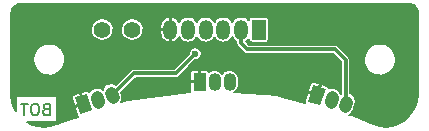
<source format=gbr>
G04 #@! TF.FileFunction,Copper,L2,Bot,Signal*
%FSLAX46Y46*%
G04 Gerber Fmt 4.6, Leading zero omitted, Abs format (unit mm)*
G04 Created by KiCad (PCBNEW (after 2015-may-01 BZR unknown)-product) date 06.05.2015 15:14:49*
%MOMM*%
G01*
G04 APERTURE LIST*
%ADD10C,0.100000*%
%ADD11C,0.150000*%
%ADD12R,1.198880X1.699260*%
%ADD13O,1.198880X1.699260*%
%ADD14C,1.397000*%
%ADD15C,1.100000*%
%ADD16R,1.100000X1.500000*%
%ADD17O,1.100000X1.500000*%
%ADD18C,0.600000*%
%ADD19C,0.300000*%
%ADD20C,0.200000*%
G04 APERTURE END LIST*
D10*
D11*
X138755333Y-124337771D02*
X138612476Y-124385390D01*
X138564857Y-124433010D01*
X138517238Y-124528248D01*
X138517238Y-124671105D01*
X138564857Y-124766343D01*
X138612476Y-124813962D01*
X138707714Y-124861581D01*
X139088667Y-124861581D01*
X139088667Y-123861581D01*
X138755333Y-123861581D01*
X138660095Y-123909200D01*
X138612476Y-123956819D01*
X138564857Y-124052057D01*
X138564857Y-124147295D01*
X138612476Y-124242533D01*
X138660095Y-124290152D01*
X138755333Y-124337771D01*
X139088667Y-124337771D01*
X137898191Y-123861581D02*
X137707714Y-123861581D01*
X137612476Y-123909200D01*
X137517238Y-124004438D01*
X137469619Y-124194914D01*
X137469619Y-124528248D01*
X137517238Y-124718724D01*
X137612476Y-124813962D01*
X137707714Y-124861581D01*
X137898191Y-124861581D01*
X137993429Y-124813962D01*
X138088667Y-124718724D01*
X138136286Y-124528248D01*
X138136286Y-124194914D01*
X138088667Y-124004438D01*
X137993429Y-123909200D01*
X137898191Y-123861581D01*
X137183905Y-123861581D02*
X136612476Y-123861581D01*
X136898191Y-124861581D02*
X136898191Y-123861581D01*
D12*
X156769400Y-117602000D03*
D13*
X153765600Y-117602000D03*
X155265600Y-117602000D03*
X152265600Y-117602000D03*
X150765600Y-117602000D03*
X149265600Y-117602000D03*
D14*
X146050000Y-117602000D03*
X143510000Y-117602000D03*
D10*
G36*
X142659739Y-124447936D02*
X141607804Y-124769545D01*
X141169247Y-123335088D01*
X142221182Y-123013479D01*
X142659739Y-124447936D01*
X142659739Y-124447936D01*
G37*
D15*
X143187474Y-123711461D02*
X143070526Y-123328939D01*
X144401981Y-123340149D02*
X144285033Y-122957627D01*
D10*
G36*
X161982382Y-124026921D02*
X160930447Y-123705312D01*
X161369004Y-122270855D01*
X162420939Y-122592464D01*
X161982382Y-124026921D01*
X161982382Y-124026921D01*
G37*
D15*
X162831726Y-123711461D02*
X162948674Y-123328939D01*
X164046233Y-124082773D02*
X164163181Y-123700251D01*
D16*
X151739600Y-122021600D03*
D17*
X153009600Y-122021600D03*
X154279600Y-122021600D03*
D18*
X158496000Y-120167400D03*
X159766000Y-117119400D03*
X147574000Y-120421400D03*
X151384000Y-119659400D03*
D19*
X149733000Y-121310400D02*
X146181995Y-121310400D01*
X146181995Y-121310400D02*
X144343507Y-123148888D01*
X151384000Y-119659400D02*
X149733000Y-121310400D01*
X163195000Y-119278400D02*
X164104707Y-120188107D01*
X164104707Y-120188107D02*
X164104707Y-123891512D01*
X155792370Y-119278400D02*
X163195000Y-119278400D01*
X155265600Y-117602000D02*
X155265600Y-118751630D01*
X155265600Y-118751630D02*
X155792370Y-119278400D01*
D20*
G36*
X170214200Y-123109953D02*
X170161367Y-123648776D01*
X170009144Y-124152965D01*
X169761890Y-124617984D01*
X169429020Y-125026122D01*
X169023218Y-125361831D01*
X168559935Y-125612327D01*
X168355058Y-125675747D01*
X168355058Y-120009626D01*
X168303635Y-119749919D01*
X168202747Y-119505147D01*
X168056237Y-119284632D01*
X167869686Y-119096774D01*
X167650199Y-118948729D01*
X167406137Y-118846134D01*
X167146796Y-118792899D01*
X166882054Y-118791051D01*
X166621995Y-118840660D01*
X166376524Y-118939836D01*
X166154992Y-119084803D01*
X165965836Y-119270038D01*
X165816262Y-119488486D01*
X165711966Y-119731826D01*
X165656922Y-119990789D01*
X165653226Y-120255512D01*
X165701018Y-120515911D01*
X165798478Y-120762068D01*
X165941895Y-120984607D01*
X166125805Y-121175051D01*
X166343203Y-121326147D01*
X166585809Y-121432139D01*
X166844381Y-121488989D01*
X167109072Y-121494534D01*
X167369798Y-121448561D01*
X167616630Y-121352821D01*
X167840164Y-121210962D01*
X168031888Y-121028386D01*
X168184498Y-120812048D01*
X168292181Y-120570188D01*
X168350835Y-120312019D01*
X168355058Y-120009626D01*
X168355058Y-125675747D01*
X168056824Y-125768067D01*
X167533036Y-125823119D01*
X167008541Y-125775387D01*
X166491811Y-125623305D01*
X166406328Y-125586924D01*
X166406284Y-125586910D01*
X166403169Y-125585601D01*
X164612449Y-124847519D01*
X164596131Y-124842592D01*
X164580279Y-124836350D01*
X164576242Y-124835231D01*
X164419997Y-124793095D01*
X164543923Y-124712617D01*
X164655855Y-124603767D01*
X164744514Y-124475247D01*
X164806522Y-124331956D01*
X164809862Y-124321297D01*
X164929640Y-123929519D01*
X164960500Y-123776467D01*
X164961046Y-123620336D01*
X164931254Y-123467071D01*
X164872261Y-123322513D01*
X164786312Y-123192166D01*
X164676683Y-123080995D01*
X164547548Y-122993236D01*
X164504707Y-122975050D01*
X164504707Y-120188107D01*
X164501100Y-120151322D01*
X164497881Y-120114527D01*
X164497294Y-120112507D01*
X164497089Y-120110413D01*
X164486406Y-120075030D01*
X164476101Y-120039560D01*
X164475132Y-120037692D01*
X164474525Y-120035679D01*
X164457175Y-120003049D01*
X164440175Y-119970252D01*
X164438863Y-119968609D01*
X164437875Y-119966750D01*
X164414505Y-119938095D01*
X164391471Y-119909241D01*
X164388582Y-119906311D01*
X164388535Y-119906253D01*
X164388481Y-119906208D01*
X164387550Y-119905264D01*
X163477843Y-118995557D01*
X163449257Y-118972077D01*
X163420987Y-118948355D01*
X163419144Y-118947342D01*
X163417518Y-118946006D01*
X163384947Y-118928541D01*
X163352577Y-118910746D01*
X163350571Y-118910109D01*
X163348718Y-118909116D01*
X163313421Y-118898324D01*
X163278165Y-118887141D01*
X163276070Y-118886906D01*
X163274062Y-118886292D01*
X163237313Y-118882558D01*
X163200585Y-118878439D01*
X163196477Y-118878410D01*
X163196396Y-118878402D01*
X163196319Y-118878409D01*
X163195000Y-118878400D01*
X155958056Y-118878400D01*
X155676365Y-118596709D01*
X155730722Y-118568292D01*
X155859922Y-118464413D01*
X155918750Y-118394304D01*
X155918750Y-118451630D01*
X155922048Y-118492198D01*
X155943099Y-118559520D01*
X155982036Y-118618336D01*
X156035790Y-118664009D01*
X156100122Y-118692937D01*
X156169960Y-118702840D01*
X157368840Y-118702840D01*
X157409408Y-118699542D01*
X157476730Y-118678491D01*
X157535546Y-118639554D01*
X157581219Y-118585800D01*
X157610147Y-118521468D01*
X157620050Y-118451630D01*
X157620050Y-116752370D01*
X157616752Y-116711802D01*
X157595701Y-116644480D01*
X157556764Y-116585664D01*
X157503010Y-116539991D01*
X157438678Y-116511063D01*
X157368840Y-116501160D01*
X156169960Y-116501160D01*
X156129392Y-116504458D01*
X156062070Y-116525509D01*
X156003254Y-116564446D01*
X155957581Y-116618200D01*
X155928653Y-116682532D01*
X155918750Y-116752370D01*
X155918750Y-116809755D01*
X155868338Y-116747945D01*
X155740601Y-116642271D01*
X155594771Y-116563422D01*
X155436404Y-116514399D01*
X155271530Y-116497070D01*
X155106431Y-116512095D01*
X154947394Y-116558902D01*
X154800478Y-116635708D01*
X154671278Y-116739587D01*
X154564716Y-116866583D01*
X154515494Y-116956117D01*
X154473117Y-116876416D01*
X154368338Y-116747945D01*
X154240601Y-116642271D01*
X154094771Y-116563422D01*
X153936404Y-116514399D01*
X153771530Y-116497070D01*
X153606431Y-116512095D01*
X153447394Y-116558902D01*
X153300478Y-116635708D01*
X153171278Y-116739587D01*
X153064716Y-116866583D01*
X153015494Y-116956117D01*
X152973117Y-116876416D01*
X152868338Y-116747945D01*
X152740601Y-116642271D01*
X152594771Y-116563422D01*
X152436404Y-116514399D01*
X152271530Y-116497070D01*
X152106431Y-116512095D01*
X151947394Y-116558902D01*
X151800478Y-116635708D01*
X151671278Y-116739587D01*
X151564716Y-116866583D01*
X151515494Y-116956117D01*
X151473117Y-116876416D01*
X151368338Y-116747945D01*
X151240601Y-116642271D01*
X151094771Y-116563422D01*
X150936404Y-116514399D01*
X150771530Y-116497070D01*
X150606431Y-116512095D01*
X150447394Y-116558902D01*
X150300478Y-116635708D01*
X150171278Y-116739587D01*
X150064716Y-116866583D01*
X150015864Y-116955443D01*
X149944105Y-116838313D01*
X149830889Y-116715810D01*
X149695950Y-116617748D01*
X149544473Y-116547896D01*
X149447636Y-116522105D01*
X149315600Y-116566460D01*
X149315600Y-117552000D01*
X149335600Y-117552000D01*
X149335600Y-117652000D01*
X149315600Y-117652000D01*
X149315600Y-118637540D01*
X149447636Y-118681895D01*
X149544473Y-118656104D01*
X149695950Y-118586252D01*
X149830889Y-118488190D01*
X149944105Y-118365687D01*
X150015971Y-118248382D01*
X150058083Y-118327584D01*
X150162862Y-118456055D01*
X150290599Y-118561729D01*
X150436429Y-118640578D01*
X150594796Y-118689601D01*
X150759670Y-118706930D01*
X150924769Y-118691905D01*
X151083806Y-118645098D01*
X151230722Y-118568292D01*
X151359922Y-118464413D01*
X151466484Y-118337417D01*
X151515705Y-118247882D01*
X151558083Y-118327584D01*
X151662862Y-118456055D01*
X151790599Y-118561729D01*
X151936429Y-118640578D01*
X152094796Y-118689601D01*
X152259670Y-118706930D01*
X152424769Y-118691905D01*
X152583806Y-118645098D01*
X152730722Y-118568292D01*
X152859922Y-118464413D01*
X152966484Y-118337417D01*
X153015705Y-118247882D01*
X153058083Y-118327584D01*
X153162862Y-118456055D01*
X153290599Y-118561729D01*
X153436429Y-118640578D01*
X153594796Y-118689601D01*
X153759670Y-118706930D01*
X153924769Y-118691905D01*
X154083806Y-118645098D01*
X154230722Y-118568292D01*
X154359922Y-118464413D01*
X154466484Y-118337417D01*
X154515705Y-118247882D01*
X154558083Y-118327584D01*
X154662862Y-118456055D01*
X154790599Y-118561729D01*
X154865600Y-118602281D01*
X154865600Y-118751630D01*
X154869206Y-118788414D01*
X154872426Y-118825210D01*
X154873012Y-118827229D01*
X154873218Y-118829324D01*
X154883900Y-118864706D01*
X154894206Y-118900177D01*
X154895174Y-118902044D01*
X154895782Y-118904058D01*
X154913131Y-118936687D01*
X154930132Y-118969485D01*
X154931443Y-118971127D01*
X154932432Y-118972987D01*
X154955801Y-119001641D01*
X154978836Y-119030496D01*
X154981724Y-119033425D01*
X154981772Y-119033484D01*
X154981825Y-119033528D01*
X154982757Y-119034473D01*
X155509527Y-119561243D01*
X155538112Y-119584722D01*
X155566383Y-119608445D01*
X155568225Y-119609457D01*
X155569852Y-119610794D01*
X155602387Y-119628239D01*
X155634793Y-119646054D01*
X155636803Y-119646691D01*
X155638652Y-119647683D01*
X155673915Y-119658464D01*
X155709205Y-119669659D01*
X155711297Y-119669893D01*
X155713307Y-119670508D01*
X155750017Y-119674236D01*
X155786785Y-119678361D01*
X155790902Y-119678389D01*
X155790974Y-119678397D01*
X155791040Y-119678390D01*
X155792370Y-119678400D01*
X163029314Y-119678400D01*
X163704707Y-120353793D01*
X163704707Y-123044939D01*
X163697830Y-123049405D01*
X163657754Y-122951201D01*
X163571805Y-122820854D01*
X163462176Y-122709683D01*
X163333041Y-122621924D01*
X163189321Y-122560918D01*
X163036488Y-122528990D01*
X162880364Y-122527355D01*
X162726895Y-122556077D01*
X162670754Y-122578531D01*
X162667429Y-122543992D01*
X162653236Y-122496836D01*
X162630117Y-122453355D01*
X162598958Y-122415220D01*
X162560959Y-122383895D01*
X162517579Y-122360587D01*
X162470485Y-122346189D01*
X162075649Y-122225475D01*
X161997607Y-122266971D01*
X161901976Y-122579765D01*
X161901976Y-122237734D01*
X161860480Y-122159691D01*
X161465644Y-122038978D01*
X161418550Y-122024580D01*
X161369553Y-122019646D01*
X161320534Y-122024366D01*
X161273377Y-122038558D01*
X161229895Y-122061677D01*
X161191760Y-122092835D01*
X161160436Y-122130835D01*
X161137127Y-122174215D01*
X160943541Y-122807406D01*
X160985037Y-122885449D01*
X161642496Y-123086454D01*
X161901976Y-122237734D01*
X161901976Y-122579765D01*
X161738127Y-123115691D01*
X161757253Y-123121538D01*
X161728015Y-123217169D01*
X161708890Y-123211322D01*
X161703042Y-123230448D01*
X161607411Y-123201210D01*
X161613259Y-123182085D01*
X160955800Y-122981079D01*
X160877757Y-123022575D01*
X160684171Y-123655766D01*
X160679237Y-123704764D01*
X160683957Y-123753784D01*
X160694366Y-123788369D01*
X158452138Y-123183687D01*
X158425345Y-123179206D01*
X158398568Y-123174344D01*
X158394391Y-123174031D01*
X154670238Y-122920636D01*
X154717651Y-122895850D01*
X154839331Y-122798017D01*
X154939691Y-122678413D01*
X155014908Y-122541593D01*
X155062118Y-122392768D01*
X155079522Y-122237609D01*
X155079600Y-122226439D01*
X155079600Y-121816761D01*
X155064364Y-121661374D01*
X155019237Y-121511905D01*
X154945937Y-121374048D01*
X154847257Y-121253054D01*
X154726954Y-121153531D01*
X154589612Y-121079270D01*
X154440462Y-121033101D01*
X154285185Y-121016780D01*
X154129695Y-121030931D01*
X153979915Y-121075014D01*
X153841549Y-121147350D01*
X153719869Y-121245183D01*
X153644293Y-121335249D01*
X153577257Y-121253054D01*
X153456954Y-121153531D01*
X153319612Y-121079270D01*
X153170462Y-121033101D01*
X153015185Y-121016780D01*
X152859695Y-121030931D01*
X152709915Y-121075014D01*
X152571549Y-121147350D01*
X152524425Y-121185237D01*
X152511147Y-121153180D01*
X152483788Y-121112234D01*
X152448966Y-121077412D01*
X152408019Y-121050053D01*
X152362522Y-121031207D01*
X152314223Y-121021600D01*
X152264977Y-121021600D01*
X151852100Y-121021600D01*
X151789600Y-121084100D01*
X151789600Y-121971600D01*
X151809600Y-121971600D01*
X151809600Y-122071600D01*
X151789600Y-122071600D01*
X151789600Y-122091600D01*
X151689600Y-122091600D01*
X151689600Y-122071600D01*
X151689600Y-121971600D01*
X151689600Y-121084100D01*
X151627100Y-121021600D01*
X151214223Y-121021600D01*
X151164977Y-121021600D01*
X151116678Y-121031207D01*
X151071181Y-121050053D01*
X151030234Y-121077412D01*
X150995412Y-121112234D01*
X150968053Y-121153180D01*
X150949207Y-121198678D01*
X150939600Y-121246977D01*
X150939600Y-121909100D01*
X151002100Y-121971600D01*
X151689600Y-121971600D01*
X151689600Y-122071600D01*
X151002100Y-122071600D01*
X150939600Y-122134100D01*
X150939600Y-122796223D01*
X150949207Y-122844522D01*
X150963524Y-122879086D01*
X145716239Y-123551982D01*
X145689749Y-123558052D01*
X145663150Y-123563758D01*
X145659179Y-123565057D01*
X145659169Y-123565060D01*
X145659160Y-123565063D01*
X145085924Y-123756949D01*
X145105782Y-123727731D01*
X145166788Y-123584011D01*
X145198717Y-123431178D01*
X145200352Y-123275053D01*
X145171631Y-123121585D01*
X145168440Y-123110881D01*
X145116637Y-122941442D01*
X146347680Y-121710400D01*
X149733000Y-121710400D01*
X149769784Y-121706793D01*
X149806580Y-121703574D01*
X149808599Y-121702987D01*
X149810694Y-121702782D01*
X149846076Y-121692099D01*
X149881547Y-121681794D01*
X149883414Y-121680825D01*
X149885428Y-121680218D01*
X149918057Y-121662868D01*
X149950855Y-121645868D01*
X149952497Y-121644556D01*
X149954357Y-121643568D01*
X149983011Y-121620198D01*
X150011866Y-121597164D01*
X150014795Y-121594275D01*
X150014854Y-121594228D01*
X150014898Y-121594174D01*
X150015843Y-121593243D01*
X151399222Y-120209862D01*
X151426400Y-120210432D01*
X151532621Y-120191702D01*
X151633182Y-120152697D01*
X151724252Y-120094903D01*
X151802362Y-120020520D01*
X151864536Y-119932382D01*
X151908407Y-119833847D01*
X151932303Y-119728667D01*
X151934023Y-119605470D01*
X151913073Y-119499663D01*
X151871971Y-119399941D01*
X151812282Y-119310102D01*
X151736279Y-119233567D01*
X151646859Y-119173253D01*
X151547426Y-119131455D01*
X151441769Y-119109767D01*
X151333911Y-119109014D01*
X151227961Y-119129225D01*
X151127954Y-119169630D01*
X151037701Y-119228690D01*
X150960637Y-119304156D01*
X150899699Y-119393154D01*
X150857209Y-119492292D01*
X150834783Y-119597795D01*
X150834143Y-119643571D01*
X149567314Y-120910400D01*
X149215600Y-120910400D01*
X149215600Y-118637540D01*
X149215600Y-117652000D01*
X149215600Y-117552000D01*
X149215600Y-116566460D01*
X149083564Y-116522105D01*
X148986727Y-116547896D01*
X148835250Y-116617748D01*
X148700311Y-116715810D01*
X148587095Y-116838313D01*
X148499954Y-116980549D01*
X148442236Y-117137053D01*
X148416160Y-117301810D01*
X148416160Y-117552000D01*
X149215600Y-117552000D01*
X149215600Y-117652000D01*
X148416160Y-117652000D01*
X148416160Y-117902190D01*
X148442236Y-118066947D01*
X148499954Y-118223451D01*
X148587095Y-118365687D01*
X148700311Y-118488190D01*
X148835250Y-118586252D01*
X148986727Y-118656104D01*
X149083564Y-118681895D01*
X149215600Y-118637540D01*
X149215600Y-120910400D01*
X146998540Y-120910400D01*
X146998540Y-117508995D01*
X146962411Y-117326527D01*
X146891528Y-117154552D01*
X146788591Y-116999620D01*
X146657522Y-116867632D01*
X146503312Y-116763617D01*
X146331836Y-116691535D01*
X146149625Y-116654132D01*
X145963619Y-116652834D01*
X145780903Y-116687688D01*
X145608438Y-116757369D01*
X145452791Y-116859222D01*
X145319891Y-116989366D01*
X145214802Y-117142846D01*
X145141524Y-117313815D01*
X145102851Y-117495760D01*
X145100254Y-117681752D01*
X145133832Y-117864707D01*
X145202307Y-118037655D01*
X145303070Y-118194009D01*
X145432284Y-118327814D01*
X145585026Y-118433972D01*
X145755479Y-118508442D01*
X145937150Y-118548385D01*
X146123120Y-118552280D01*
X146306305Y-118519980D01*
X146479726Y-118452714D01*
X146636780Y-118353044D01*
X146771484Y-118224768D01*
X146878706Y-118072771D01*
X146954363Y-117902842D01*
X146995574Y-117721454D01*
X146998540Y-117508995D01*
X146998540Y-120910400D01*
X146181995Y-120910400D01*
X146145210Y-120914006D01*
X146108415Y-120917226D01*
X146106395Y-120917812D01*
X146104301Y-120918018D01*
X146068964Y-120928686D01*
X146033448Y-120939005D01*
X146031575Y-120939975D01*
X146029567Y-120940582D01*
X145997012Y-120957891D01*
X145964140Y-120974931D01*
X145962493Y-120976245D01*
X145960638Y-120977232D01*
X145932041Y-121000554D01*
X145903129Y-121023635D01*
X145900201Y-121026522D01*
X145900141Y-121026572D01*
X145900094Y-121026628D01*
X145899153Y-121027557D01*
X144671898Y-122254811D01*
X144661660Y-122247957D01*
X144517516Y-122187956D01*
X144458540Y-122176063D01*
X144458540Y-117508995D01*
X144422411Y-117326527D01*
X144351528Y-117154552D01*
X144248591Y-116999620D01*
X144117522Y-116867632D01*
X143963312Y-116763617D01*
X143791836Y-116691535D01*
X143609625Y-116654132D01*
X143423619Y-116652834D01*
X143240903Y-116687688D01*
X143068438Y-116757369D01*
X142912791Y-116859222D01*
X142779891Y-116989366D01*
X142674802Y-117142846D01*
X142601524Y-117313815D01*
X142562851Y-117495760D01*
X142560254Y-117681752D01*
X142593832Y-117864707D01*
X142662307Y-118037655D01*
X142763070Y-118194009D01*
X142892284Y-118327814D01*
X143045026Y-118433972D01*
X143215479Y-118508442D01*
X143397150Y-118548385D01*
X143583120Y-118552280D01*
X143766305Y-118519980D01*
X143939726Y-118452714D01*
X144096780Y-118353044D01*
X144231484Y-118224768D01*
X144338706Y-118072771D01*
X144414363Y-117902842D01*
X144455574Y-117721454D01*
X144458540Y-117508995D01*
X144458540Y-122176063D01*
X144364463Y-122157094D01*
X144208332Y-122156550D01*
X144055068Y-122186340D01*
X143910510Y-122245334D01*
X143780163Y-122331282D01*
X143668992Y-122440911D01*
X143581232Y-122570045D01*
X143535291Y-122678273D01*
X143447153Y-122619269D01*
X143303009Y-122559268D01*
X143149956Y-122528406D01*
X142993825Y-122527862D01*
X142840561Y-122557652D01*
X142696003Y-122616646D01*
X142565656Y-122702594D01*
X142454485Y-122812223D01*
X142420497Y-122862234D01*
X142398426Y-122835459D01*
X142360291Y-122804301D01*
X142316809Y-122781182D01*
X142269652Y-122766990D01*
X142220633Y-122762270D01*
X142171636Y-122767204D01*
X142124542Y-122781602D01*
X141729706Y-122902315D01*
X141688210Y-122980358D01*
X141947690Y-123829078D01*
X141966815Y-123823230D01*
X141996053Y-123918861D01*
X141976927Y-123924709D01*
X141982774Y-123943834D01*
X141887143Y-123973072D01*
X141881296Y-123953946D01*
X141852059Y-123962884D01*
X141852059Y-123858315D01*
X141592579Y-123009595D01*
X141514537Y-122968099D01*
X141119701Y-123088813D01*
X141072607Y-123103211D01*
X141029227Y-123126519D01*
X140991228Y-123157844D01*
X140960069Y-123195979D01*
X140936950Y-123239460D01*
X140922757Y-123286616D01*
X140918037Y-123335636D01*
X140922971Y-123384634D01*
X141116557Y-124017825D01*
X141194600Y-124059321D01*
X141852059Y-123858315D01*
X141852059Y-123962884D01*
X141223837Y-124154951D01*
X141182341Y-124232994D01*
X141375927Y-124866185D01*
X141399236Y-124909565D01*
X141430560Y-124947565D01*
X141459200Y-124970965D01*
X140364258Y-125337487D01*
X140364258Y-120009626D01*
X140312835Y-119749919D01*
X140211947Y-119505147D01*
X140065437Y-119284632D01*
X139878886Y-119096774D01*
X139659399Y-118948729D01*
X139415337Y-118846134D01*
X139155996Y-118792899D01*
X138891254Y-118791051D01*
X138631195Y-118840660D01*
X138385724Y-118939836D01*
X138164192Y-119084803D01*
X137975036Y-119270038D01*
X137825462Y-119488486D01*
X137721166Y-119731826D01*
X137666122Y-119990789D01*
X137662426Y-120255512D01*
X137710218Y-120515911D01*
X137807678Y-120762068D01*
X137951095Y-120984607D01*
X138135005Y-121175051D01*
X138352403Y-121326147D01*
X138595009Y-121432139D01*
X138853581Y-121488989D01*
X139118272Y-121494534D01*
X139378998Y-121448561D01*
X139625830Y-121352821D01*
X139849364Y-121210962D01*
X140041088Y-121028386D01*
X140193698Y-120812048D01*
X140301381Y-120570188D01*
X140360035Y-120312019D01*
X140364258Y-120009626D01*
X140364258Y-125337487D01*
X139644323Y-125578480D01*
X139644320Y-125578481D01*
X139116996Y-125754997D01*
X138594613Y-125821987D01*
X138069160Y-125786234D01*
X137560657Y-125649102D01*
X137125691Y-125434200D01*
X139651762Y-125434200D01*
X139651762Y-123234200D01*
X136192238Y-123234200D01*
X136192238Y-124474212D01*
X136058761Y-124244022D01*
X135888098Y-123745773D01*
X135815857Y-123211991D01*
X135814200Y-123121881D01*
X135814200Y-116156870D01*
X135828942Y-116006516D01*
X135868348Y-115875997D01*
X135932354Y-115755619D01*
X136018519Y-115649971D01*
X136123568Y-115563066D01*
X136243495Y-115498222D01*
X136373739Y-115457905D01*
X136523165Y-115442200D01*
X169499529Y-115442200D01*
X169649883Y-115456942D01*
X169780402Y-115496348D01*
X169900780Y-115560354D01*
X170006428Y-115646519D01*
X170093333Y-115751568D01*
X170158177Y-115871495D01*
X170198494Y-116001739D01*
X170214200Y-116151165D01*
X170214200Y-123109953D01*
X170214200Y-123109953D01*
G37*
X170214200Y-123109953D02*
X170161367Y-123648776D01*
X170009144Y-124152965D01*
X169761890Y-124617984D01*
X169429020Y-125026122D01*
X169023218Y-125361831D01*
X168559935Y-125612327D01*
X168355058Y-125675747D01*
X168355058Y-120009626D01*
X168303635Y-119749919D01*
X168202747Y-119505147D01*
X168056237Y-119284632D01*
X167869686Y-119096774D01*
X167650199Y-118948729D01*
X167406137Y-118846134D01*
X167146796Y-118792899D01*
X166882054Y-118791051D01*
X166621995Y-118840660D01*
X166376524Y-118939836D01*
X166154992Y-119084803D01*
X165965836Y-119270038D01*
X165816262Y-119488486D01*
X165711966Y-119731826D01*
X165656922Y-119990789D01*
X165653226Y-120255512D01*
X165701018Y-120515911D01*
X165798478Y-120762068D01*
X165941895Y-120984607D01*
X166125805Y-121175051D01*
X166343203Y-121326147D01*
X166585809Y-121432139D01*
X166844381Y-121488989D01*
X167109072Y-121494534D01*
X167369798Y-121448561D01*
X167616630Y-121352821D01*
X167840164Y-121210962D01*
X168031888Y-121028386D01*
X168184498Y-120812048D01*
X168292181Y-120570188D01*
X168350835Y-120312019D01*
X168355058Y-120009626D01*
X168355058Y-125675747D01*
X168056824Y-125768067D01*
X167533036Y-125823119D01*
X167008541Y-125775387D01*
X166491811Y-125623305D01*
X166406328Y-125586924D01*
X166406284Y-125586910D01*
X166403169Y-125585601D01*
X164612449Y-124847519D01*
X164596131Y-124842592D01*
X164580279Y-124836350D01*
X164576242Y-124835231D01*
X164419997Y-124793095D01*
X164543923Y-124712617D01*
X164655855Y-124603767D01*
X164744514Y-124475247D01*
X164806522Y-124331956D01*
X164809862Y-124321297D01*
X164929640Y-123929519D01*
X164960500Y-123776467D01*
X164961046Y-123620336D01*
X164931254Y-123467071D01*
X164872261Y-123322513D01*
X164786312Y-123192166D01*
X164676683Y-123080995D01*
X164547548Y-122993236D01*
X164504707Y-122975050D01*
X164504707Y-120188107D01*
X164501100Y-120151322D01*
X164497881Y-120114527D01*
X164497294Y-120112507D01*
X164497089Y-120110413D01*
X164486406Y-120075030D01*
X164476101Y-120039560D01*
X164475132Y-120037692D01*
X164474525Y-120035679D01*
X164457175Y-120003049D01*
X164440175Y-119970252D01*
X164438863Y-119968609D01*
X164437875Y-119966750D01*
X164414505Y-119938095D01*
X164391471Y-119909241D01*
X164388582Y-119906311D01*
X164388535Y-119906253D01*
X164388481Y-119906208D01*
X164387550Y-119905264D01*
X163477843Y-118995557D01*
X163449257Y-118972077D01*
X163420987Y-118948355D01*
X163419144Y-118947342D01*
X163417518Y-118946006D01*
X163384947Y-118928541D01*
X163352577Y-118910746D01*
X163350571Y-118910109D01*
X163348718Y-118909116D01*
X163313421Y-118898324D01*
X163278165Y-118887141D01*
X163276070Y-118886906D01*
X163274062Y-118886292D01*
X163237313Y-118882558D01*
X163200585Y-118878439D01*
X163196477Y-118878410D01*
X163196396Y-118878402D01*
X163196319Y-118878409D01*
X163195000Y-118878400D01*
X155958056Y-118878400D01*
X155676365Y-118596709D01*
X155730722Y-118568292D01*
X155859922Y-118464413D01*
X155918750Y-118394304D01*
X155918750Y-118451630D01*
X155922048Y-118492198D01*
X155943099Y-118559520D01*
X155982036Y-118618336D01*
X156035790Y-118664009D01*
X156100122Y-118692937D01*
X156169960Y-118702840D01*
X157368840Y-118702840D01*
X157409408Y-118699542D01*
X157476730Y-118678491D01*
X157535546Y-118639554D01*
X157581219Y-118585800D01*
X157610147Y-118521468D01*
X157620050Y-118451630D01*
X157620050Y-116752370D01*
X157616752Y-116711802D01*
X157595701Y-116644480D01*
X157556764Y-116585664D01*
X157503010Y-116539991D01*
X157438678Y-116511063D01*
X157368840Y-116501160D01*
X156169960Y-116501160D01*
X156129392Y-116504458D01*
X156062070Y-116525509D01*
X156003254Y-116564446D01*
X155957581Y-116618200D01*
X155928653Y-116682532D01*
X155918750Y-116752370D01*
X155918750Y-116809755D01*
X155868338Y-116747945D01*
X155740601Y-116642271D01*
X155594771Y-116563422D01*
X155436404Y-116514399D01*
X155271530Y-116497070D01*
X155106431Y-116512095D01*
X154947394Y-116558902D01*
X154800478Y-116635708D01*
X154671278Y-116739587D01*
X154564716Y-116866583D01*
X154515494Y-116956117D01*
X154473117Y-116876416D01*
X154368338Y-116747945D01*
X154240601Y-116642271D01*
X154094771Y-116563422D01*
X153936404Y-116514399D01*
X153771530Y-116497070D01*
X153606431Y-116512095D01*
X153447394Y-116558902D01*
X153300478Y-116635708D01*
X153171278Y-116739587D01*
X153064716Y-116866583D01*
X153015494Y-116956117D01*
X152973117Y-116876416D01*
X152868338Y-116747945D01*
X152740601Y-116642271D01*
X152594771Y-116563422D01*
X152436404Y-116514399D01*
X152271530Y-116497070D01*
X152106431Y-116512095D01*
X151947394Y-116558902D01*
X151800478Y-116635708D01*
X151671278Y-116739587D01*
X151564716Y-116866583D01*
X151515494Y-116956117D01*
X151473117Y-116876416D01*
X151368338Y-116747945D01*
X151240601Y-116642271D01*
X151094771Y-116563422D01*
X150936404Y-116514399D01*
X150771530Y-116497070D01*
X150606431Y-116512095D01*
X150447394Y-116558902D01*
X150300478Y-116635708D01*
X150171278Y-116739587D01*
X150064716Y-116866583D01*
X150015864Y-116955443D01*
X149944105Y-116838313D01*
X149830889Y-116715810D01*
X149695950Y-116617748D01*
X149544473Y-116547896D01*
X149447636Y-116522105D01*
X149315600Y-116566460D01*
X149315600Y-117552000D01*
X149335600Y-117552000D01*
X149335600Y-117652000D01*
X149315600Y-117652000D01*
X149315600Y-118637540D01*
X149447636Y-118681895D01*
X149544473Y-118656104D01*
X149695950Y-118586252D01*
X149830889Y-118488190D01*
X149944105Y-118365687D01*
X150015971Y-118248382D01*
X150058083Y-118327584D01*
X150162862Y-118456055D01*
X150290599Y-118561729D01*
X150436429Y-118640578D01*
X150594796Y-118689601D01*
X150759670Y-118706930D01*
X150924769Y-118691905D01*
X151083806Y-118645098D01*
X151230722Y-118568292D01*
X151359922Y-118464413D01*
X151466484Y-118337417D01*
X151515705Y-118247882D01*
X151558083Y-118327584D01*
X151662862Y-118456055D01*
X151790599Y-118561729D01*
X151936429Y-118640578D01*
X152094796Y-118689601D01*
X152259670Y-118706930D01*
X152424769Y-118691905D01*
X152583806Y-118645098D01*
X152730722Y-118568292D01*
X152859922Y-118464413D01*
X152966484Y-118337417D01*
X153015705Y-118247882D01*
X153058083Y-118327584D01*
X153162862Y-118456055D01*
X153290599Y-118561729D01*
X153436429Y-118640578D01*
X153594796Y-118689601D01*
X153759670Y-118706930D01*
X153924769Y-118691905D01*
X154083806Y-118645098D01*
X154230722Y-118568292D01*
X154359922Y-118464413D01*
X154466484Y-118337417D01*
X154515705Y-118247882D01*
X154558083Y-118327584D01*
X154662862Y-118456055D01*
X154790599Y-118561729D01*
X154865600Y-118602281D01*
X154865600Y-118751630D01*
X154869206Y-118788414D01*
X154872426Y-118825210D01*
X154873012Y-118827229D01*
X154873218Y-118829324D01*
X154883900Y-118864706D01*
X154894206Y-118900177D01*
X154895174Y-118902044D01*
X154895782Y-118904058D01*
X154913131Y-118936687D01*
X154930132Y-118969485D01*
X154931443Y-118971127D01*
X154932432Y-118972987D01*
X154955801Y-119001641D01*
X154978836Y-119030496D01*
X154981724Y-119033425D01*
X154981772Y-119033484D01*
X154981825Y-119033528D01*
X154982757Y-119034473D01*
X155509527Y-119561243D01*
X155538112Y-119584722D01*
X155566383Y-119608445D01*
X155568225Y-119609457D01*
X155569852Y-119610794D01*
X155602387Y-119628239D01*
X155634793Y-119646054D01*
X155636803Y-119646691D01*
X155638652Y-119647683D01*
X155673915Y-119658464D01*
X155709205Y-119669659D01*
X155711297Y-119669893D01*
X155713307Y-119670508D01*
X155750017Y-119674236D01*
X155786785Y-119678361D01*
X155790902Y-119678389D01*
X155790974Y-119678397D01*
X155791040Y-119678390D01*
X155792370Y-119678400D01*
X163029314Y-119678400D01*
X163704707Y-120353793D01*
X163704707Y-123044939D01*
X163697830Y-123049405D01*
X163657754Y-122951201D01*
X163571805Y-122820854D01*
X163462176Y-122709683D01*
X163333041Y-122621924D01*
X163189321Y-122560918D01*
X163036488Y-122528990D01*
X162880364Y-122527355D01*
X162726895Y-122556077D01*
X162670754Y-122578531D01*
X162667429Y-122543992D01*
X162653236Y-122496836D01*
X162630117Y-122453355D01*
X162598958Y-122415220D01*
X162560959Y-122383895D01*
X162517579Y-122360587D01*
X162470485Y-122346189D01*
X162075649Y-122225475D01*
X161997607Y-122266971D01*
X161901976Y-122579765D01*
X161901976Y-122237734D01*
X161860480Y-122159691D01*
X161465644Y-122038978D01*
X161418550Y-122024580D01*
X161369553Y-122019646D01*
X161320534Y-122024366D01*
X161273377Y-122038558D01*
X161229895Y-122061677D01*
X161191760Y-122092835D01*
X161160436Y-122130835D01*
X161137127Y-122174215D01*
X160943541Y-122807406D01*
X160985037Y-122885449D01*
X161642496Y-123086454D01*
X161901976Y-122237734D01*
X161901976Y-122579765D01*
X161738127Y-123115691D01*
X161757253Y-123121538D01*
X161728015Y-123217169D01*
X161708890Y-123211322D01*
X161703042Y-123230448D01*
X161607411Y-123201210D01*
X161613259Y-123182085D01*
X160955800Y-122981079D01*
X160877757Y-123022575D01*
X160684171Y-123655766D01*
X160679237Y-123704764D01*
X160683957Y-123753784D01*
X160694366Y-123788369D01*
X158452138Y-123183687D01*
X158425345Y-123179206D01*
X158398568Y-123174344D01*
X158394391Y-123174031D01*
X154670238Y-122920636D01*
X154717651Y-122895850D01*
X154839331Y-122798017D01*
X154939691Y-122678413D01*
X155014908Y-122541593D01*
X155062118Y-122392768D01*
X155079522Y-122237609D01*
X155079600Y-122226439D01*
X155079600Y-121816761D01*
X155064364Y-121661374D01*
X155019237Y-121511905D01*
X154945937Y-121374048D01*
X154847257Y-121253054D01*
X154726954Y-121153531D01*
X154589612Y-121079270D01*
X154440462Y-121033101D01*
X154285185Y-121016780D01*
X154129695Y-121030931D01*
X153979915Y-121075014D01*
X153841549Y-121147350D01*
X153719869Y-121245183D01*
X153644293Y-121335249D01*
X153577257Y-121253054D01*
X153456954Y-121153531D01*
X153319612Y-121079270D01*
X153170462Y-121033101D01*
X153015185Y-121016780D01*
X152859695Y-121030931D01*
X152709915Y-121075014D01*
X152571549Y-121147350D01*
X152524425Y-121185237D01*
X152511147Y-121153180D01*
X152483788Y-121112234D01*
X152448966Y-121077412D01*
X152408019Y-121050053D01*
X152362522Y-121031207D01*
X152314223Y-121021600D01*
X152264977Y-121021600D01*
X151852100Y-121021600D01*
X151789600Y-121084100D01*
X151789600Y-121971600D01*
X151809600Y-121971600D01*
X151809600Y-122071600D01*
X151789600Y-122071600D01*
X151789600Y-122091600D01*
X151689600Y-122091600D01*
X151689600Y-122071600D01*
X151689600Y-121971600D01*
X151689600Y-121084100D01*
X151627100Y-121021600D01*
X151214223Y-121021600D01*
X151164977Y-121021600D01*
X151116678Y-121031207D01*
X151071181Y-121050053D01*
X151030234Y-121077412D01*
X150995412Y-121112234D01*
X150968053Y-121153180D01*
X150949207Y-121198678D01*
X150939600Y-121246977D01*
X150939600Y-121909100D01*
X151002100Y-121971600D01*
X151689600Y-121971600D01*
X151689600Y-122071600D01*
X151002100Y-122071600D01*
X150939600Y-122134100D01*
X150939600Y-122796223D01*
X150949207Y-122844522D01*
X150963524Y-122879086D01*
X145716239Y-123551982D01*
X145689749Y-123558052D01*
X145663150Y-123563758D01*
X145659179Y-123565057D01*
X145659169Y-123565060D01*
X145659160Y-123565063D01*
X145085924Y-123756949D01*
X145105782Y-123727731D01*
X145166788Y-123584011D01*
X145198717Y-123431178D01*
X145200352Y-123275053D01*
X145171631Y-123121585D01*
X145168440Y-123110881D01*
X145116637Y-122941442D01*
X146347680Y-121710400D01*
X149733000Y-121710400D01*
X149769784Y-121706793D01*
X149806580Y-121703574D01*
X149808599Y-121702987D01*
X149810694Y-121702782D01*
X149846076Y-121692099D01*
X149881547Y-121681794D01*
X149883414Y-121680825D01*
X149885428Y-121680218D01*
X149918057Y-121662868D01*
X149950855Y-121645868D01*
X149952497Y-121644556D01*
X149954357Y-121643568D01*
X149983011Y-121620198D01*
X150011866Y-121597164D01*
X150014795Y-121594275D01*
X150014854Y-121594228D01*
X150014898Y-121594174D01*
X150015843Y-121593243D01*
X151399222Y-120209862D01*
X151426400Y-120210432D01*
X151532621Y-120191702D01*
X151633182Y-120152697D01*
X151724252Y-120094903D01*
X151802362Y-120020520D01*
X151864536Y-119932382D01*
X151908407Y-119833847D01*
X151932303Y-119728667D01*
X151934023Y-119605470D01*
X151913073Y-119499663D01*
X151871971Y-119399941D01*
X151812282Y-119310102D01*
X151736279Y-119233567D01*
X151646859Y-119173253D01*
X151547426Y-119131455D01*
X151441769Y-119109767D01*
X151333911Y-119109014D01*
X151227961Y-119129225D01*
X151127954Y-119169630D01*
X151037701Y-119228690D01*
X150960637Y-119304156D01*
X150899699Y-119393154D01*
X150857209Y-119492292D01*
X150834783Y-119597795D01*
X150834143Y-119643571D01*
X149567314Y-120910400D01*
X149215600Y-120910400D01*
X149215600Y-118637540D01*
X149215600Y-117652000D01*
X149215600Y-117552000D01*
X149215600Y-116566460D01*
X149083564Y-116522105D01*
X148986727Y-116547896D01*
X148835250Y-116617748D01*
X148700311Y-116715810D01*
X148587095Y-116838313D01*
X148499954Y-116980549D01*
X148442236Y-117137053D01*
X148416160Y-117301810D01*
X148416160Y-117552000D01*
X149215600Y-117552000D01*
X149215600Y-117652000D01*
X148416160Y-117652000D01*
X148416160Y-117902190D01*
X148442236Y-118066947D01*
X148499954Y-118223451D01*
X148587095Y-118365687D01*
X148700311Y-118488190D01*
X148835250Y-118586252D01*
X148986727Y-118656104D01*
X149083564Y-118681895D01*
X149215600Y-118637540D01*
X149215600Y-120910400D01*
X146998540Y-120910400D01*
X146998540Y-117508995D01*
X146962411Y-117326527D01*
X146891528Y-117154552D01*
X146788591Y-116999620D01*
X146657522Y-116867632D01*
X146503312Y-116763617D01*
X146331836Y-116691535D01*
X146149625Y-116654132D01*
X145963619Y-116652834D01*
X145780903Y-116687688D01*
X145608438Y-116757369D01*
X145452791Y-116859222D01*
X145319891Y-116989366D01*
X145214802Y-117142846D01*
X145141524Y-117313815D01*
X145102851Y-117495760D01*
X145100254Y-117681752D01*
X145133832Y-117864707D01*
X145202307Y-118037655D01*
X145303070Y-118194009D01*
X145432284Y-118327814D01*
X145585026Y-118433972D01*
X145755479Y-118508442D01*
X145937150Y-118548385D01*
X146123120Y-118552280D01*
X146306305Y-118519980D01*
X146479726Y-118452714D01*
X146636780Y-118353044D01*
X146771484Y-118224768D01*
X146878706Y-118072771D01*
X146954363Y-117902842D01*
X146995574Y-117721454D01*
X146998540Y-117508995D01*
X146998540Y-120910400D01*
X146181995Y-120910400D01*
X146145210Y-120914006D01*
X146108415Y-120917226D01*
X146106395Y-120917812D01*
X146104301Y-120918018D01*
X146068964Y-120928686D01*
X146033448Y-120939005D01*
X146031575Y-120939975D01*
X146029567Y-120940582D01*
X145997012Y-120957891D01*
X145964140Y-120974931D01*
X145962493Y-120976245D01*
X145960638Y-120977232D01*
X145932041Y-121000554D01*
X145903129Y-121023635D01*
X145900201Y-121026522D01*
X145900141Y-121026572D01*
X145900094Y-121026628D01*
X145899153Y-121027557D01*
X144671898Y-122254811D01*
X144661660Y-122247957D01*
X144517516Y-122187956D01*
X144458540Y-122176063D01*
X144458540Y-117508995D01*
X144422411Y-117326527D01*
X144351528Y-117154552D01*
X144248591Y-116999620D01*
X144117522Y-116867632D01*
X143963312Y-116763617D01*
X143791836Y-116691535D01*
X143609625Y-116654132D01*
X143423619Y-116652834D01*
X143240903Y-116687688D01*
X143068438Y-116757369D01*
X142912791Y-116859222D01*
X142779891Y-116989366D01*
X142674802Y-117142846D01*
X142601524Y-117313815D01*
X142562851Y-117495760D01*
X142560254Y-117681752D01*
X142593832Y-117864707D01*
X142662307Y-118037655D01*
X142763070Y-118194009D01*
X142892284Y-118327814D01*
X143045026Y-118433972D01*
X143215479Y-118508442D01*
X143397150Y-118548385D01*
X143583120Y-118552280D01*
X143766305Y-118519980D01*
X143939726Y-118452714D01*
X144096780Y-118353044D01*
X144231484Y-118224768D01*
X144338706Y-118072771D01*
X144414363Y-117902842D01*
X144455574Y-117721454D01*
X144458540Y-117508995D01*
X144458540Y-122176063D01*
X144364463Y-122157094D01*
X144208332Y-122156550D01*
X144055068Y-122186340D01*
X143910510Y-122245334D01*
X143780163Y-122331282D01*
X143668992Y-122440911D01*
X143581232Y-122570045D01*
X143535291Y-122678273D01*
X143447153Y-122619269D01*
X143303009Y-122559268D01*
X143149956Y-122528406D01*
X142993825Y-122527862D01*
X142840561Y-122557652D01*
X142696003Y-122616646D01*
X142565656Y-122702594D01*
X142454485Y-122812223D01*
X142420497Y-122862234D01*
X142398426Y-122835459D01*
X142360291Y-122804301D01*
X142316809Y-122781182D01*
X142269652Y-122766990D01*
X142220633Y-122762270D01*
X142171636Y-122767204D01*
X142124542Y-122781602D01*
X141729706Y-122902315D01*
X141688210Y-122980358D01*
X141947690Y-123829078D01*
X141966815Y-123823230D01*
X141996053Y-123918861D01*
X141976927Y-123924709D01*
X141982774Y-123943834D01*
X141887143Y-123973072D01*
X141881296Y-123953946D01*
X141852059Y-123962884D01*
X141852059Y-123858315D01*
X141592579Y-123009595D01*
X141514537Y-122968099D01*
X141119701Y-123088813D01*
X141072607Y-123103211D01*
X141029227Y-123126519D01*
X140991228Y-123157844D01*
X140960069Y-123195979D01*
X140936950Y-123239460D01*
X140922757Y-123286616D01*
X140918037Y-123335636D01*
X140922971Y-123384634D01*
X141116557Y-124017825D01*
X141194600Y-124059321D01*
X141852059Y-123858315D01*
X141852059Y-123962884D01*
X141223837Y-124154951D01*
X141182341Y-124232994D01*
X141375927Y-124866185D01*
X141399236Y-124909565D01*
X141430560Y-124947565D01*
X141459200Y-124970965D01*
X140364258Y-125337487D01*
X140364258Y-120009626D01*
X140312835Y-119749919D01*
X140211947Y-119505147D01*
X140065437Y-119284632D01*
X139878886Y-119096774D01*
X139659399Y-118948729D01*
X139415337Y-118846134D01*
X139155996Y-118792899D01*
X138891254Y-118791051D01*
X138631195Y-118840660D01*
X138385724Y-118939836D01*
X138164192Y-119084803D01*
X137975036Y-119270038D01*
X137825462Y-119488486D01*
X137721166Y-119731826D01*
X137666122Y-119990789D01*
X137662426Y-120255512D01*
X137710218Y-120515911D01*
X137807678Y-120762068D01*
X137951095Y-120984607D01*
X138135005Y-121175051D01*
X138352403Y-121326147D01*
X138595009Y-121432139D01*
X138853581Y-121488989D01*
X139118272Y-121494534D01*
X139378998Y-121448561D01*
X139625830Y-121352821D01*
X139849364Y-121210962D01*
X140041088Y-121028386D01*
X140193698Y-120812048D01*
X140301381Y-120570188D01*
X140360035Y-120312019D01*
X140364258Y-120009626D01*
X140364258Y-125337487D01*
X139644323Y-125578480D01*
X139644320Y-125578481D01*
X139116996Y-125754997D01*
X138594613Y-125821987D01*
X138069160Y-125786234D01*
X137560657Y-125649102D01*
X137125691Y-125434200D01*
X139651762Y-125434200D01*
X139651762Y-123234200D01*
X136192238Y-123234200D01*
X136192238Y-124474212D01*
X136058761Y-124244022D01*
X135888098Y-123745773D01*
X135815857Y-123211991D01*
X135814200Y-123121881D01*
X135814200Y-116156870D01*
X135828942Y-116006516D01*
X135868348Y-115875997D01*
X135932354Y-115755619D01*
X136018519Y-115649971D01*
X136123568Y-115563066D01*
X136243495Y-115498222D01*
X136373739Y-115457905D01*
X136523165Y-115442200D01*
X169499529Y-115442200D01*
X169649883Y-115456942D01*
X169780402Y-115496348D01*
X169900780Y-115560354D01*
X170006428Y-115646519D01*
X170093333Y-115751568D01*
X170158177Y-115871495D01*
X170198494Y-116001739D01*
X170214200Y-116151165D01*
X170214200Y-123109953D01*
M02*

</source>
